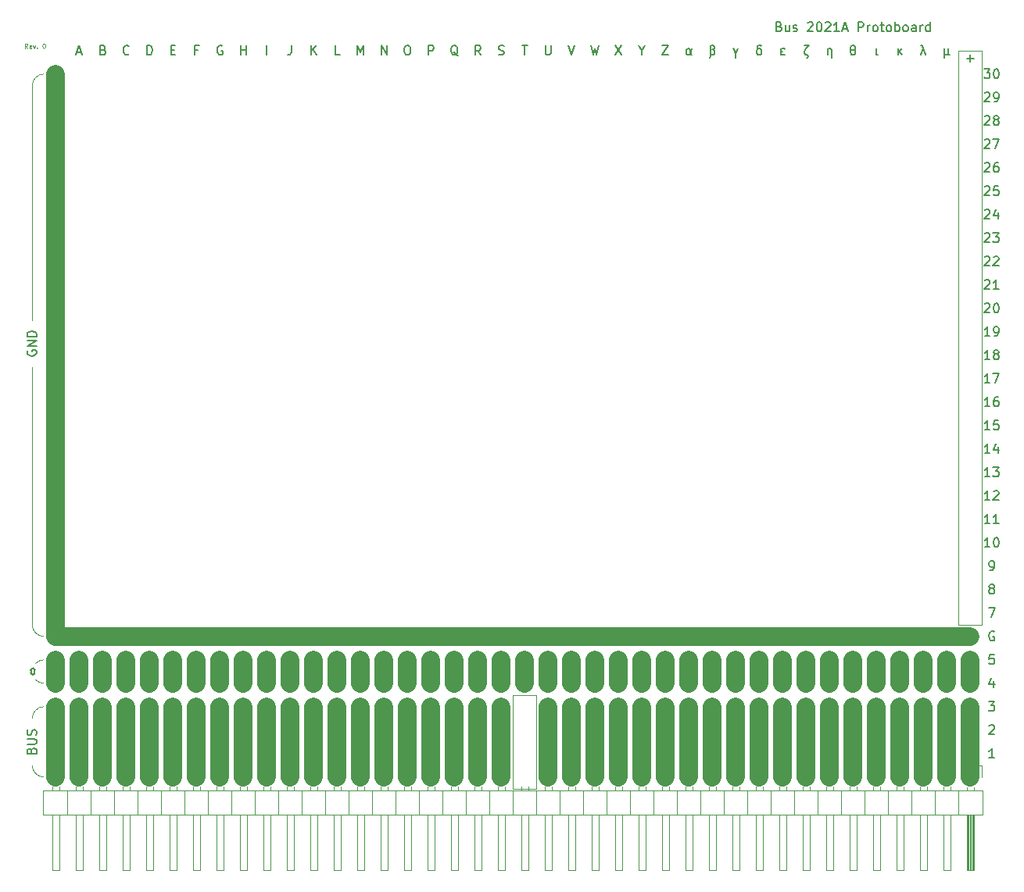
<source format=gbr>
%TF.GenerationSoftware,KiCad,Pcbnew,5.1.9+dfsg1-1*%
%TF.CreationDate,2021-08-13T18:22:45-07:00*%
%TF.ProjectId,Bus2021A_Protoboard,42757332-3032-4314-915f-50726f746f62,rev?*%
%TF.SameCoordinates,Original*%
%TF.FileFunction,Legend,Top*%
%TF.FilePolarity,Positive*%
%FSLAX46Y46*%
G04 Gerber Fmt 4.6, Leading zero omitted, Abs format (unit mm)*
G04 Created by KiCad (PCBNEW 5.1.9+dfsg1-1) date 2021-08-13 18:22:45*
%MOMM*%
%LPD*%
G01*
G04 APERTURE LIST*
%ADD10C,0.125000*%
%ADD11C,0.120000*%
%ADD12C,0.150000*%
%ADD13C,2.000000*%
G04 APERTURE END LIST*
D10*
X99832380Y-53066190D02*
X99665714Y-52828095D01*
X99546666Y-53066190D02*
X99546666Y-52566190D01*
X99737142Y-52566190D01*
X99784761Y-52590000D01*
X99808571Y-52613809D01*
X99832380Y-52661428D01*
X99832380Y-52732857D01*
X99808571Y-52780476D01*
X99784761Y-52804285D01*
X99737142Y-52828095D01*
X99546666Y-52828095D01*
X100237142Y-53042380D02*
X100189523Y-53066190D01*
X100094285Y-53066190D01*
X100046666Y-53042380D01*
X100022857Y-52994761D01*
X100022857Y-52804285D01*
X100046666Y-52756666D01*
X100094285Y-52732857D01*
X100189523Y-52732857D01*
X100237142Y-52756666D01*
X100260952Y-52804285D01*
X100260952Y-52851904D01*
X100022857Y-52899523D01*
X100427619Y-52732857D02*
X100546666Y-53066190D01*
X100665714Y-52732857D01*
X100856190Y-53018571D02*
X100880000Y-53042380D01*
X100856190Y-53066190D01*
X100832380Y-53042380D01*
X100856190Y-53018571D01*
X100856190Y-53066190D01*
X101570476Y-52566190D02*
X101618095Y-52566190D01*
X101665714Y-52590000D01*
X101689523Y-52613809D01*
X101713333Y-52661428D01*
X101737142Y-52756666D01*
X101737142Y-52875714D01*
X101713333Y-52970952D01*
X101689523Y-53018571D01*
X101665714Y-53042380D01*
X101618095Y-53066190D01*
X101570476Y-53066190D01*
X101522857Y-53042380D01*
X101499047Y-53018571D01*
X101475238Y-52970952D01*
X101451428Y-52875714D01*
X101451428Y-52756666D01*
X101475238Y-52661428D01*
X101499047Y-52613809D01*
X101522857Y-52590000D01*
X101570476Y-52566190D01*
D11*
X152400000Y-133350000D02*
X152400000Y-123190000D01*
X154940000Y-133350000D02*
X152400000Y-133350000D01*
X154940000Y-123190000D02*
X154940000Y-133350000D01*
X152400000Y-123190000D02*
X154940000Y-123190000D01*
X200660000Y-115570000D02*
X200660000Y-53340000D01*
X203200000Y-115570000D02*
X200660000Y-115570000D01*
X203200000Y-53340000D02*
X203200000Y-115570000D01*
X200660000Y-53340000D02*
X203200000Y-53340000D01*
D12*
X181230000Y-50728571D02*
X181372857Y-50776190D01*
X181420476Y-50823809D01*
X181468095Y-50919047D01*
X181468095Y-51061904D01*
X181420476Y-51157142D01*
X181372857Y-51204761D01*
X181277619Y-51252380D01*
X180896666Y-51252380D01*
X180896666Y-50252380D01*
X181230000Y-50252380D01*
X181325238Y-50300000D01*
X181372857Y-50347619D01*
X181420476Y-50442857D01*
X181420476Y-50538095D01*
X181372857Y-50633333D01*
X181325238Y-50680952D01*
X181230000Y-50728571D01*
X180896666Y-50728571D01*
X182325238Y-50585714D02*
X182325238Y-51252380D01*
X181896666Y-50585714D02*
X181896666Y-51109523D01*
X181944285Y-51204761D01*
X182039523Y-51252380D01*
X182182380Y-51252380D01*
X182277619Y-51204761D01*
X182325238Y-51157142D01*
X182753809Y-51204761D02*
X182849047Y-51252380D01*
X183039523Y-51252380D01*
X183134761Y-51204761D01*
X183182380Y-51109523D01*
X183182380Y-51061904D01*
X183134761Y-50966666D01*
X183039523Y-50919047D01*
X182896666Y-50919047D01*
X182801428Y-50871428D01*
X182753809Y-50776190D01*
X182753809Y-50728571D01*
X182801428Y-50633333D01*
X182896666Y-50585714D01*
X183039523Y-50585714D01*
X183134761Y-50633333D01*
X184325238Y-50347619D02*
X184372857Y-50300000D01*
X184468095Y-50252380D01*
X184706190Y-50252380D01*
X184801428Y-50300000D01*
X184849047Y-50347619D01*
X184896666Y-50442857D01*
X184896666Y-50538095D01*
X184849047Y-50680952D01*
X184277619Y-51252380D01*
X184896666Y-51252380D01*
X185515714Y-50252380D02*
X185610952Y-50252380D01*
X185706190Y-50300000D01*
X185753809Y-50347619D01*
X185801428Y-50442857D01*
X185849047Y-50633333D01*
X185849047Y-50871428D01*
X185801428Y-51061904D01*
X185753809Y-51157142D01*
X185706190Y-51204761D01*
X185610952Y-51252380D01*
X185515714Y-51252380D01*
X185420476Y-51204761D01*
X185372857Y-51157142D01*
X185325238Y-51061904D01*
X185277619Y-50871428D01*
X185277619Y-50633333D01*
X185325238Y-50442857D01*
X185372857Y-50347619D01*
X185420476Y-50300000D01*
X185515714Y-50252380D01*
X186230000Y-50347619D02*
X186277619Y-50300000D01*
X186372857Y-50252380D01*
X186610952Y-50252380D01*
X186706190Y-50300000D01*
X186753809Y-50347619D01*
X186801428Y-50442857D01*
X186801428Y-50538095D01*
X186753809Y-50680952D01*
X186182380Y-51252380D01*
X186801428Y-51252380D01*
X187753809Y-51252380D02*
X187182380Y-51252380D01*
X187468095Y-51252380D02*
X187468095Y-50252380D01*
X187372857Y-50395238D01*
X187277619Y-50490476D01*
X187182380Y-50538095D01*
X188134761Y-50966666D02*
X188610952Y-50966666D01*
X188039523Y-51252380D02*
X188372857Y-50252380D01*
X188706190Y-51252380D01*
X189801428Y-51252380D02*
X189801428Y-50252380D01*
X190182380Y-50252380D01*
X190277619Y-50300000D01*
X190325238Y-50347619D01*
X190372857Y-50442857D01*
X190372857Y-50585714D01*
X190325238Y-50680952D01*
X190277619Y-50728571D01*
X190182380Y-50776190D01*
X189801428Y-50776190D01*
X190801428Y-51252380D02*
X190801428Y-50585714D01*
X190801428Y-50776190D02*
X190849047Y-50680952D01*
X190896666Y-50633333D01*
X190991904Y-50585714D01*
X191087142Y-50585714D01*
X191563333Y-51252380D02*
X191468095Y-51204761D01*
X191420476Y-51157142D01*
X191372857Y-51061904D01*
X191372857Y-50776190D01*
X191420476Y-50680952D01*
X191468095Y-50633333D01*
X191563333Y-50585714D01*
X191706190Y-50585714D01*
X191801428Y-50633333D01*
X191849047Y-50680952D01*
X191896666Y-50776190D01*
X191896666Y-51061904D01*
X191849047Y-51157142D01*
X191801428Y-51204761D01*
X191706190Y-51252380D01*
X191563333Y-51252380D01*
X192182380Y-50585714D02*
X192563333Y-50585714D01*
X192325238Y-50252380D02*
X192325238Y-51109523D01*
X192372857Y-51204761D01*
X192468095Y-51252380D01*
X192563333Y-51252380D01*
X193039523Y-51252380D02*
X192944285Y-51204761D01*
X192896666Y-51157142D01*
X192849047Y-51061904D01*
X192849047Y-50776190D01*
X192896666Y-50680952D01*
X192944285Y-50633333D01*
X193039523Y-50585714D01*
X193182380Y-50585714D01*
X193277619Y-50633333D01*
X193325238Y-50680952D01*
X193372857Y-50776190D01*
X193372857Y-51061904D01*
X193325238Y-51157142D01*
X193277619Y-51204761D01*
X193182380Y-51252380D01*
X193039523Y-51252380D01*
X193801428Y-51252380D02*
X193801428Y-50252380D01*
X193801428Y-50633333D02*
X193896666Y-50585714D01*
X194087142Y-50585714D01*
X194182380Y-50633333D01*
X194230000Y-50680952D01*
X194277619Y-50776190D01*
X194277619Y-51061904D01*
X194230000Y-51157142D01*
X194182380Y-51204761D01*
X194087142Y-51252380D01*
X193896666Y-51252380D01*
X193801428Y-51204761D01*
X194849047Y-51252380D02*
X194753809Y-51204761D01*
X194706190Y-51157142D01*
X194658571Y-51061904D01*
X194658571Y-50776190D01*
X194706190Y-50680952D01*
X194753809Y-50633333D01*
X194849047Y-50585714D01*
X194991904Y-50585714D01*
X195087142Y-50633333D01*
X195134761Y-50680952D01*
X195182380Y-50776190D01*
X195182380Y-51061904D01*
X195134761Y-51157142D01*
X195087142Y-51204761D01*
X194991904Y-51252380D01*
X194849047Y-51252380D01*
X196039523Y-51252380D02*
X196039523Y-50728571D01*
X195991904Y-50633333D01*
X195896666Y-50585714D01*
X195706190Y-50585714D01*
X195610952Y-50633333D01*
X196039523Y-51204761D02*
X195944285Y-51252380D01*
X195706190Y-51252380D01*
X195610952Y-51204761D01*
X195563333Y-51109523D01*
X195563333Y-51014285D01*
X195610952Y-50919047D01*
X195706190Y-50871428D01*
X195944285Y-50871428D01*
X196039523Y-50823809D01*
X196515714Y-51252380D02*
X196515714Y-50585714D01*
X196515714Y-50776190D02*
X196563333Y-50680952D01*
X196610952Y-50633333D01*
X196706190Y-50585714D01*
X196801428Y-50585714D01*
X197563333Y-51252380D02*
X197563333Y-50252380D01*
X197563333Y-51204761D02*
X197468095Y-51252380D01*
X197277619Y-51252380D01*
X197182380Y-51204761D01*
X197134761Y-51157142D01*
X197087142Y-51061904D01*
X197087142Y-50776190D01*
X197134761Y-50680952D01*
X197182380Y-50633333D01*
X197277619Y-50585714D01*
X197468095Y-50585714D01*
X197563333Y-50633333D01*
X201549047Y-54161428D02*
X202310952Y-54161428D01*
X201930000Y-54542380D02*
X201930000Y-53780476D01*
X196850000Y-53125714D02*
X196611904Y-53792380D01*
X196611904Y-52792380D02*
X196707142Y-52792380D01*
X196754761Y-52840000D01*
X196850000Y-53125714D01*
X197088095Y-53792380D01*
X194143333Y-53125714D02*
X194143333Y-53792380D01*
X194238571Y-53411428D02*
X194524285Y-53792380D01*
X194524285Y-53125714D02*
X194143333Y-53506666D01*
X186475714Y-53125714D02*
X186475714Y-53792380D01*
X186475714Y-53220952D02*
X186523333Y-53173333D01*
X186618571Y-53125714D01*
X186761428Y-53125714D01*
X186856666Y-53173333D01*
X186904285Y-53268571D01*
X186904285Y-54125714D01*
X191746190Y-53125714D02*
X191746190Y-53649523D01*
X191793809Y-53744761D01*
X191889047Y-53792380D01*
X188968095Y-53268571D02*
X189491904Y-53268571D01*
X189158571Y-52792380D02*
X189301428Y-52792380D01*
X189396666Y-52840000D01*
X189444285Y-52887619D01*
X189491904Y-53030476D01*
X189491904Y-53554285D01*
X189444285Y-53697142D01*
X189396666Y-53744761D01*
X189301428Y-53792380D01*
X189158571Y-53792380D01*
X189063333Y-53744761D01*
X189015714Y-53697142D01*
X188968095Y-53554285D01*
X188968095Y-53030476D01*
X189015714Y-52887619D01*
X189063333Y-52840000D01*
X189158571Y-52792380D01*
X199104285Y-53125714D02*
X199104285Y-54125714D01*
X199580476Y-53649523D02*
X199628095Y-53744761D01*
X199723333Y-53792380D01*
X199104285Y-53649523D02*
X199151904Y-53744761D01*
X199247142Y-53792380D01*
X199437619Y-53792380D01*
X199532857Y-53744761D01*
X199580476Y-53649523D01*
X199580476Y-53125714D01*
X174061428Y-53220952D02*
X174156666Y-53268571D01*
X174204285Y-53316190D01*
X174251904Y-53411428D01*
X174251904Y-53601904D01*
X174204285Y-53697142D01*
X174156666Y-53744761D01*
X174061428Y-53792380D01*
X173918571Y-53792380D01*
X173823333Y-53744761D01*
X173775714Y-53697142D01*
X173680476Y-54125714D02*
X173728095Y-54078095D01*
X173775714Y-53982857D01*
X173775714Y-52935238D01*
X173823333Y-52840000D01*
X173918571Y-52792380D01*
X174061428Y-52792380D01*
X174156666Y-52840000D01*
X174204285Y-52935238D01*
X174204285Y-53078095D01*
X174156666Y-53173333D01*
X174061428Y-53220952D01*
X173966190Y-53220952D01*
X176530000Y-53697142D02*
X176530000Y-54125714D01*
X176244285Y-53125714D02*
X176291904Y-53125714D01*
X176339523Y-53173333D01*
X176530000Y-53697142D01*
X176768095Y-53125714D01*
X168576666Y-52792380D02*
X169243333Y-52792380D01*
X168576666Y-53792380D01*
X169243333Y-53792380D01*
X166370000Y-53316190D02*
X166370000Y-53792380D01*
X166036666Y-52792380D02*
X166370000Y-53316190D01*
X166703333Y-52792380D01*
X155924285Y-52792380D02*
X155924285Y-53601904D01*
X155971904Y-53697142D01*
X156019523Y-53744761D01*
X156114761Y-53792380D01*
X156305238Y-53792380D01*
X156400476Y-53744761D01*
X156448095Y-53697142D01*
X156495714Y-53601904D01*
X156495714Y-52792380D01*
X183959523Y-52792380D02*
X184435714Y-52792380D01*
X184102380Y-53125714D01*
X184007142Y-53268571D01*
X183959523Y-53411428D01*
X183959523Y-53601904D01*
X184007142Y-53697142D01*
X184054761Y-53744761D01*
X184150000Y-53792380D01*
X184245238Y-53792380D01*
X184340476Y-53840000D01*
X184388095Y-53935238D01*
X184388095Y-53982857D01*
X184340476Y-54078095D01*
X184245238Y-54125714D01*
X184197619Y-54125714D01*
X181538571Y-53459047D02*
X181443333Y-53506666D01*
X181395714Y-53601904D01*
X181395714Y-53649523D01*
X181443333Y-53744761D01*
X181538571Y-53792380D01*
X181729047Y-53792380D01*
X181824285Y-53744761D01*
X181633809Y-53459047D02*
X181538571Y-53459047D01*
X181443333Y-53411428D01*
X181395714Y-53316190D01*
X181395714Y-53268571D01*
X181443333Y-53173333D01*
X181538571Y-53125714D01*
X181729047Y-53125714D01*
X181824285Y-53173333D01*
X160861428Y-52792380D02*
X161099523Y-53792380D01*
X161290000Y-53078095D01*
X161480476Y-53792380D01*
X161718571Y-52792380D01*
X163496666Y-52792380D02*
X164163333Y-53792380D01*
X164163333Y-52792380D02*
X163496666Y-53792380D01*
X153384285Y-52792380D02*
X153955714Y-52792380D01*
X153670000Y-53792380D02*
X153670000Y-52792380D01*
X179141428Y-53125714D02*
X178998571Y-53125714D01*
X178903333Y-53173333D01*
X178855714Y-53220952D01*
X178808095Y-53316190D01*
X178808095Y-53601904D01*
X178855714Y-53697142D01*
X178903333Y-53744761D01*
X178998571Y-53792380D01*
X179141428Y-53792380D01*
X179236666Y-53744761D01*
X179284285Y-53697142D01*
X179331904Y-53601904D01*
X179331904Y-53316190D01*
X179284285Y-53220952D01*
X179236666Y-53173333D01*
X179141428Y-53125714D01*
X178998571Y-53078095D01*
X178903333Y-53030476D01*
X178855714Y-52935238D01*
X178903333Y-52840000D01*
X178998571Y-52792380D01*
X179189047Y-52792380D01*
X179284285Y-52840000D01*
X171759523Y-53125714D02*
X171616666Y-53601904D01*
X171569047Y-53697142D01*
X171521428Y-53744761D01*
X171426190Y-53792380D01*
X171330952Y-53792380D01*
X171235714Y-53744761D01*
X171188095Y-53697142D01*
X171140476Y-53554285D01*
X171140476Y-53363809D01*
X171188095Y-53220952D01*
X171235714Y-53173333D01*
X171330952Y-53125714D01*
X171426190Y-53125714D01*
X171521428Y-53173333D01*
X171569047Y-53220952D01*
X171616666Y-53316190D01*
X171664285Y-53649523D01*
X171711904Y-53744761D01*
X171807142Y-53792380D01*
X146430952Y-53887619D02*
X146335714Y-53840000D01*
X146240476Y-53744761D01*
X146097619Y-53601904D01*
X146002380Y-53554285D01*
X145907142Y-53554285D01*
X145954761Y-53792380D02*
X145859523Y-53744761D01*
X145764285Y-53649523D01*
X145716666Y-53459047D01*
X145716666Y-53125714D01*
X145764285Y-52935238D01*
X145859523Y-52840000D01*
X145954761Y-52792380D01*
X146145238Y-52792380D01*
X146240476Y-52840000D01*
X146335714Y-52935238D01*
X146383333Y-53125714D01*
X146383333Y-53459047D01*
X146335714Y-53649523D01*
X146240476Y-53744761D01*
X146145238Y-53792380D01*
X145954761Y-53792380D01*
X158416666Y-52792380D02*
X158750000Y-53792380D01*
X159083333Y-52792380D01*
X150844285Y-53744761D02*
X150987142Y-53792380D01*
X151225238Y-53792380D01*
X151320476Y-53744761D01*
X151368095Y-53697142D01*
X151415714Y-53601904D01*
X151415714Y-53506666D01*
X151368095Y-53411428D01*
X151320476Y-53363809D01*
X151225238Y-53316190D01*
X151034761Y-53268571D01*
X150939523Y-53220952D01*
X150891904Y-53173333D01*
X150844285Y-53078095D01*
X150844285Y-52982857D01*
X150891904Y-52887619D01*
X150939523Y-52840000D01*
X151034761Y-52792380D01*
X151272857Y-52792380D01*
X151415714Y-52840000D01*
X148899523Y-53792380D02*
X148566190Y-53316190D01*
X148328095Y-53792380D02*
X148328095Y-52792380D01*
X148709047Y-52792380D01*
X148804285Y-52840000D01*
X148851904Y-52887619D01*
X148899523Y-52982857D01*
X148899523Y-53125714D01*
X148851904Y-53220952D01*
X148804285Y-53268571D01*
X148709047Y-53316190D01*
X148328095Y-53316190D01*
X135556666Y-53792380D02*
X135556666Y-52792380D01*
X135890000Y-53506666D01*
X136223333Y-52792380D01*
X136223333Y-53792380D01*
X140874761Y-52792380D02*
X141065238Y-52792380D01*
X141160476Y-52840000D01*
X141255714Y-52935238D01*
X141303333Y-53125714D01*
X141303333Y-53459047D01*
X141255714Y-53649523D01*
X141160476Y-53744761D01*
X141065238Y-53792380D01*
X140874761Y-53792380D01*
X140779523Y-53744761D01*
X140684285Y-53649523D01*
X140636666Y-53459047D01*
X140636666Y-53125714D01*
X140684285Y-52935238D01*
X140779523Y-52840000D01*
X140874761Y-52792380D01*
X143248095Y-53792380D02*
X143248095Y-52792380D01*
X143629047Y-52792380D01*
X143724285Y-52840000D01*
X143771904Y-52887619D01*
X143819523Y-52982857D01*
X143819523Y-53125714D01*
X143771904Y-53220952D01*
X143724285Y-53268571D01*
X143629047Y-53316190D01*
X143248095Y-53316190D01*
X133659523Y-53792380D02*
X133183333Y-53792380D01*
X133183333Y-52792380D01*
X125730000Y-53792380D02*
X125730000Y-52792380D01*
X138144285Y-53792380D02*
X138144285Y-52792380D01*
X138715714Y-53792380D01*
X138715714Y-52792380D01*
X130548095Y-53792380D02*
X130548095Y-52792380D01*
X131119523Y-53792380D02*
X130690952Y-53220952D01*
X131119523Y-52792380D02*
X130548095Y-53363809D01*
X128412857Y-52792380D02*
X128412857Y-53506666D01*
X128365238Y-53649523D01*
X128270000Y-53744761D01*
X128127142Y-53792380D01*
X128031904Y-53792380D01*
X122904285Y-53792380D02*
X122904285Y-52792380D01*
X122904285Y-53268571D02*
X123475714Y-53268571D01*
X123475714Y-53792380D02*
X123475714Y-52792380D01*
X115355714Y-53268571D02*
X115689047Y-53268571D01*
X115831904Y-53792380D02*
X115355714Y-53792380D01*
X115355714Y-52792380D01*
X115831904Y-52792380D01*
X120911904Y-52840000D02*
X120816666Y-52792380D01*
X120673809Y-52792380D01*
X120530952Y-52840000D01*
X120435714Y-52935238D01*
X120388095Y-53030476D01*
X120340476Y-53220952D01*
X120340476Y-53363809D01*
X120388095Y-53554285D01*
X120435714Y-53649523D01*
X120530952Y-53744761D01*
X120673809Y-53792380D01*
X120769047Y-53792380D01*
X120911904Y-53744761D01*
X120959523Y-53697142D01*
X120959523Y-53363809D01*
X120769047Y-53363809D01*
X118252857Y-53268571D02*
X117919523Y-53268571D01*
X117919523Y-53792380D02*
X117919523Y-52792380D01*
X118395714Y-52792380D01*
X110799523Y-53697142D02*
X110751904Y-53744761D01*
X110609047Y-53792380D01*
X110513809Y-53792380D01*
X110370952Y-53744761D01*
X110275714Y-53649523D01*
X110228095Y-53554285D01*
X110180476Y-53363809D01*
X110180476Y-53220952D01*
X110228095Y-53030476D01*
X110275714Y-52935238D01*
X110370952Y-52840000D01*
X110513809Y-52792380D01*
X110609047Y-52792380D01*
X110751904Y-52840000D01*
X110799523Y-52887619D01*
X112768095Y-53792380D02*
X112768095Y-52792380D01*
X113006190Y-52792380D01*
X113149047Y-52840000D01*
X113244285Y-52935238D01*
X113291904Y-53030476D01*
X113339523Y-53220952D01*
X113339523Y-53363809D01*
X113291904Y-53554285D01*
X113244285Y-53649523D01*
X113149047Y-53744761D01*
X113006190Y-53792380D01*
X112768095Y-53792380D01*
X108021428Y-53268571D02*
X108164285Y-53316190D01*
X108211904Y-53363809D01*
X108259523Y-53459047D01*
X108259523Y-53601904D01*
X108211904Y-53697142D01*
X108164285Y-53744761D01*
X108069047Y-53792380D01*
X107688095Y-53792380D01*
X107688095Y-52792380D01*
X108021428Y-52792380D01*
X108116666Y-52840000D01*
X108164285Y-52887619D01*
X108211904Y-52982857D01*
X108211904Y-53078095D01*
X108164285Y-53173333D01*
X108116666Y-53220952D01*
X108021428Y-53268571D01*
X107688095Y-53268571D01*
X105171904Y-53506666D02*
X105648095Y-53506666D01*
X105076666Y-53792380D02*
X105410000Y-52792380D01*
X105743333Y-53792380D01*
X100544285Y-120888095D02*
X100544285Y-120411904D01*
X100258571Y-120888095D02*
X100258571Y-120411904D01*
X100639523Y-120792857D02*
X100401428Y-121030952D01*
X100163333Y-120792857D01*
X100163333Y-120507142D02*
X100401428Y-120269047D01*
X100639523Y-120507142D01*
D11*
X100701974Y-121548026D02*
G75*
G03*
X101600000Y-121920000I898026J898026D01*
G01*
X100701974Y-119751974D02*
G75*
G02*
X101600000Y-119380000I898026J-898026D01*
G01*
X101600000Y-132080000D02*
G75*
G02*
X100330000Y-130810000I0J1270000D01*
G01*
X100330000Y-125730000D02*
G75*
G02*
X101600000Y-124460000I1270000J0D01*
G01*
X101600000Y-116840000D02*
G75*
G02*
X100330000Y-115570000I0J1270000D01*
G01*
X100330000Y-57150000D02*
G75*
G02*
X101600000Y-55880000I1270000J0D01*
G01*
X100330000Y-57150000D02*
X100330000Y-82550000D01*
X100330000Y-87630000D02*
X100330000Y-115570000D01*
D12*
X99830000Y-85851904D02*
X99782380Y-85947142D01*
X99782380Y-86090000D01*
X99830000Y-86232857D01*
X99925238Y-86328095D01*
X100020476Y-86375714D01*
X100210952Y-86423333D01*
X100353809Y-86423333D01*
X100544285Y-86375714D01*
X100639523Y-86328095D01*
X100734761Y-86232857D01*
X100782380Y-86090000D01*
X100782380Y-85994761D01*
X100734761Y-85851904D01*
X100687142Y-85804285D01*
X100353809Y-85804285D01*
X100353809Y-85994761D01*
X100782380Y-85375714D02*
X99782380Y-85375714D01*
X100782380Y-84804285D01*
X99782380Y-84804285D01*
X100782380Y-84328095D02*
X99782380Y-84328095D01*
X99782380Y-84090000D01*
X99830000Y-83947142D01*
X99925238Y-83851904D01*
X100020476Y-83804285D01*
X100210952Y-83756666D01*
X100353809Y-83756666D01*
X100544285Y-83804285D01*
X100639523Y-83851904D01*
X100734761Y-83947142D01*
X100782380Y-84090000D01*
X100782380Y-84328095D01*
X100258571Y-129198571D02*
X100306190Y-129055714D01*
X100353809Y-129008095D01*
X100449047Y-128960476D01*
X100591904Y-128960476D01*
X100687142Y-129008095D01*
X100734761Y-129055714D01*
X100782380Y-129150952D01*
X100782380Y-129531904D01*
X99782380Y-129531904D01*
X99782380Y-129198571D01*
X99830000Y-129103333D01*
X99877619Y-129055714D01*
X99972857Y-129008095D01*
X100068095Y-129008095D01*
X100163333Y-129055714D01*
X100210952Y-129103333D01*
X100258571Y-129198571D01*
X100258571Y-129531904D01*
X99782380Y-128531904D02*
X100591904Y-128531904D01*
X100687142Y-128484285D01*
X100734761Y-128436666D01*
X100782380Y-128341428D01*
X100782380Y-128150952D01*
X100734761Y-128055714D01*
X100687142Y-128008095D01*
X100591904Y-127960476D01*
X99782380Y-127960476D01*
X100734761Y-127531904D02*
X100782380Y-127389047D01*
X100782380Y-127150952D01*
X100734761Y-127055714D01*
X100687142Y-127008095D01*
X100591904Y-126960476D01*
X100496666Y-126960476D01*
X100401428Y-127008095D01*
X100353809Y-127055714D01*
X100306190Y-127150952D01*
X100258571Y-127341428D01*
X100210952Y-127436666D01*
X100163333Y-127484285D01*
X100068095Y-127531904D01*
X99972857Y-127531904D01*
X99877619Y-127484285D01*
X99830000Y-127436666D01*
X99782380Y-127341428D01*
X99782380Y-127103333D01*
X99830000Y-126960476D01*
D13*
X102870000Y-116840000D02*
X102870000Y-55880000D01*
X102870000Y-116840000D02*
X201930000Y-116840000D01*
X113030000Y-119380000D02*
X113030000Y-121920000D01*
X105410000Y-119380000D02*
X105410000Y-121920000D01*
X115570000Y-119380000D02*
X115570000Y-121920000D01*
X118110000Y-119380000D02*
X118110000Y-121920000D01*
X102870000Y-119380000D02*
X102870000Y-121920000D01*
X107950000Y-119380000D02*
X107950000Y-121920000D01*
X120650000Y-119380000D02*
X120650000Y-121920000D01*
X110490000Y-119380000D02*
X110490000Y-121920000D01*
X138430000Y-119380000D02*
X138430000Y-121920000D01*
X148590000Y-119380000D02*
X148590000Y-121920000D01*
X123190000Y-119380000D02*
X123190000Y-121920000D01*
X143510000Y-119380000D02*
X143510000Y-121920000D01*
X151130000Y-119380000D02*
X151130000Y-121920000D01*
X153670000Y-119380000D02*
X153670000Y-121920000D01*
X158750000Y-119380000D02*
X158750000Y-121920000D01*
X130810000Y-119380000D02*
X130810000Y-121920000D01*
X156210000Y-119380000D02*
X156210000Y-121920000D01*
X133350000Y-119380000D02*
X133350000Y-121920000D01*
X125730000Y-119380000D02*
X125730000Y-121920000D01*
X146050000Y-119380000D02*
X146050000Y-121920000D01*
X161290000Y-119380000D02*
X161290000Y-121920000D01*
X128270000Y-119380000D02*
X128270000Y-121920000D01*
X135890000Y-119380000D02*
X135890000Y-121920000D01*
X140970000Y-119380000D02*
X140970000Y-121920000D01*
X168910000Y-119380000D02*
X168910000Y-121920000D01*
X163830000Y-119380000D02*
X163830000Y-121920000D01*
X171450000Y-119380000D02*
X171450000Y-121920000D01*
X173990000Y-119380000D02*
X173990000Y-121920000D01*
X179070000Y-119380000D02*
X179070000Y-121920000D01*
X176530000Y-119380000D02*
X176530000Y-121920000D01*
X166370000Y-119380000D02*
X166370000Y-121920000D01*
X181610000Y-119380000D02*
X181610000Y-121920000D01*
X184150000Y-119380000D02*
X184150000Y-121920000D01*
X189230000Y-119380000D02*
X189230000Y-121920000D01*
X186690000Y-119380000D02*
X186690000Y-121920000D01*
X191770000Y-119380000D02*
X191770000Y-121920000D01*
X194310000Y-119380000D02*
X194310000Y-121920000D01*
X196850000Y-119380000D02*
X196850000Y-121920000D01*
X199390000Y-119380000D02*
X199390000Y-121920000D01*
X201930000Y-119380000D02*
X201930000Y-121920000D01*
X120650000Y-124460000D02*
X120650000Y-132080000D01*
X105410000Y-124460000D02*
X105410000Y-132080000D01*
X118110000Y-124460000D02*
X118110000Y-132080000D01*
X115570000Y-124460000D02*
X115570000Y-132080000D01*
X107950000Y-124460000D02*
X107950000Y-132080000D01*
X113030000Y-124460000D02*
X113030000Y-132080000D01*
X110490000Y-124460000D02*
X110490000Y-132080000D01*
X102870000Y-124460000D02*
X102870000Y-132080000D01*
X146050000Y-124460000D02*
X146050000Y-132080000D01*
X143510000Y-124460000D02*
X143510000Y-132080000D01*
X123190000Y-124460000D02*
X123190000Y-132080000D01*
X133350000Y-124460000D02*
X133350000Y-132080000D01*
X135890000Y-124460000D02*
X135890000Y-132080000D01*
X138430000Y-124460000D02*
X138430000Y-132080000D01*
X140970000Y-124460000D02*
X140970000Y-132080000D01*
X156210000Y-124460000D02*
X156210000Y-132080000D01*
X130810000Y-124460000D02*
X130810000Y-132080000D01*
X151130000Y-124460000D02*
X151130000Y-132080000D01*
X128270000Y-124460000D02*
X128270000Y-132080000D01*
X125730000Y-124460000D02*
X125730000Y-132080000D01*
X148590000Y-124460000D02*
X148590000Y-132080000D01*
X161290000Y-124460000D02*
X161290000Y-132080000D01*
X158750000Y-124460000D02*
X158750000Y-132080000D01*
X166370000Y-124460000D02*
X166370000Y-132080000D01*
X173990000Y-124460000D02*
X173990000Y-132080000D01*
X163830000Y-124460000D02*
X163830000Y-132080000D01*
X179070000Y-124460000D02*
X179070000Y-132080000D01*
X168910000Y-124460000D02*
X168910000Y-132080000D01*
X176530000Y-124460000D02*
X176530000Y-132080000D01*
X171450000Y-124460000D02*
X171450000Y-132080000D01*
X181610000Y-124460000D02*
X181610000Y-132080000D01*
X184150000Y-124460000D02*
X184150000Y-132080000D01*
X189230000Y-124460000D02*
X189230000Y-132080000D01*
X186690000Y-124460000D02*
X186690000Y-132080000D01*
X191770000Y-124460000D02*
X191770000Y-132080000D01*
X194310000Y-124460000D02*
X194310000Y-132080000D01*
X196850000Y-124460000D02*
X196850000Y-132080000D01*
X199390000Y-124460000D02*
X199390000Y-132080000D01*
X201930000Y-124460000D02*
X201930000Y-132080000D01*
D11*
%TO.C,BUS*%
X203200000Y-130810000D02*
X203200000Y-132080000D01*
X201930000Y-130810000D02*
X203200000Y-130810000D01*
X102490000Y-133122929D02*
X102490000Y-133520000D01*
X103250000Y-133122929D02*
X103250000Y-133520000D01*
X102490000Y-142180000D02*
X102490000Y-136180000D01*
X103250000Y-142180000D02*
X102490000Y-142180000D01*
X103250000Y-136180000D02*
X103250000Y-142180000D01*
X104140000Y-133520000D02*
X104140000Y-136180000D01*
X105030000Y-133122929D02*
X105030000Y-133520000D01*
X105790000Y-133122929D02*
X105790000Y-133520000D01*
X105030000Y-142180000D02*
X105030000Y-136180000D01*
X105790000Y-142180000D02*
X105030000Y-142180000D01*
X105790000Y-136180000D02*
X105790000Y-142180000D01*
X106680000Y-133520000D02*
X106680000Y-136180000D01*
X107570000Y-133122929D02*
X107570000Y-133520000D01*
X108330000Y-133122929D02*
X108330000Y-133520000D01*
X107570000Y-142180000D02*
X107570000Y-136180000D01*
X108330000Y-142180000D02*
X107570000Y-142180000D01*
X108330000Y-136180000D02*
X108330000Y-142180000D01*
X109220000Y-133520000D02*
X109220000Y-136180000D01*
X110110000Y-133122929D02*
X110110000Y-133520000D01*
X110870000Y-133122929D02*
X110870000Y-133520000D01*
X110110000Y-142180000D02*
X110110000Y-136180000D01*
X110870000Y-142180000D02*
X110110000Y-142180000D01*
X110870000Y-136180000D02*
X110870000Y-142180000D01*
X111760000Y-133520000D02*
X111760000Y-136180000D01*
X112650000Y-133122929D02*
X112650000Y-133520000D01*
X113410000Y-133122929D02*
X113410000Y-133520000D01*
X112650000Y-142180000D02*
X112650000Y-136180000D01*
X113410000Y-142180000D02*
X112650000Y-142180000D01*
X113410000Y-136180000D02*
X113410000Y-142180000D01*
X114300000Y-133520000D02*
X114300000Y-136180000D01*
X115190000Y-133122929D02*
X115190000Y-133520000D01*
X115950000Y-133122929D02*
X115950000Y-133520000D01*
X115190000Y-142180000D02*
X115190000Y-136180000D01*
X115950000Y-142180000D02*
X115190000Y-142180000D01*
X115950000Y-136180000D02*
X115950000Y-142180000D01*
X116840000Y-133520000D02*
X116840000Y-136180000D01*
X117730000Y-133122929D02*
X117730000Y-133520000D01*
X118490000Y-133122929D02*
X118490000Y-133520000D01*
X117730000Y-142180000D02*
X117730000Y-136180000D01*
X118490000Y-142180000D02*
X117730000Y-142180000D01*
X118490000Y-136180000D02*
X118490000Y-142180000D01*
X119380000Y-133520000D02*
X119380000Y-136180000D01*
X120270000Y-133122929D02*
X120270000Y-133520000D01*
X121030000Y-133122929D02*
X121030000Y-133520000D01*
X120270000Y-142180000D02*
X120270000Y-136180000D01*
X121030000Y-142180000D02*
X120270000Y-142180000D01*
X121030000Y-136180000D02*
X121030000Y-142180000D01*
X121920000Y-133520000D02*
X121920000Y-136180000D01*
X122810000Y-133122929D02*
X122810000Y-133520000D01*
X123570000Y-133122929D02*
X123570000Y-133520000D01*
X122810000Y-142180000D02*
X122810000Y-136180000D01*
X123570000Y-142180000D02*
X122810000Y-142180000D01*
X123570000Y-136180000D02*
X123570000Y-142180000D01*
X124460000Y-133520000D02*
X124460000Y-136180000D01*
X125350000Y-133122929D02*
X125350000Y-133520000D01*
X126110000Y-133122929D02*
X126110000Y-133520000D01*
X125350000Y-142180000D02*
X125350000Y-136180000D01*
X126110000Y-142180000D02*
X125350000Y-142180000D01*
X126110000Y-136180000D02*
X126110000Y-142180000D01*
X127000000Y-133520000D02*
X127000000Y-136180000D01*
X127890000Y-133122929D02*
X127890000Y-133520000D01*
X128650000Y-133122929D02*
X128650000Y-133520000D01*
X127890000Y-142180000D02*
X127890000Y-136180000D01*
X128650000Y-142180000D02*
X127890000Y-142180000D01*
X128650000Y-136180000D02*
X128650000Y-142180000D01*
X129540000Y-133520000D02*
X129540000Y-136180000D01*
X130430000Y-133122929D02*
X130430000Y-133520000D01*
X131190000Y-133122929D02*
X131190000Y-133520000D01*
X130430000Y-142180000D02*
X130430000Y-136180000D01*
X131190000Y-142180000D02*
X130430000Y-142180000D01*
X131190000Y-136180000D02*
X131190000Y-142180000D01*
X132080000Y-133520000D02*
X132080000Y-136180000D01*
X132970000Y-133122929D02*
X132970000Y-133520000D01*
X133730000Y-133122929D02*
X133730000Y-133520000D01*
X132970000Y-142180000D02*
X132970000Y-136180000D01*
X133730000Y-142180000D02*
X132970000Y-142180000D01*
X133730000Y-136180000D02*
X133730000Y-142180000D01*
X134620000Y-133520000D02*
X134620000Y-136180000D01*
X135510000Y-133122929D02*
X135510000Y-133520000D01*
X136270000Y-133122929D02*
X136270000Y-133520000D01*
X135510000Y-142180000D02*
X135510000Y-136180000D01*
X136270000Y-142180000D02*
X135510000Y-142180000D01*
X136270000Y-136180000D02*
X136270000Y-142180000D01*
X137160000Y-133520000D02*
X137160000Y-136180000D01*
X138050000Y-133122929D02*
X138050000Y-133520000D01*
X138810000Y-133122929D02*
X138810000Y-133520000D01*
X138050000Y-142180000D02*
X138050000Y-136180000D01*
X138810000Y-142180000D02*
X138050000Y-142180000D01*
X138810000Y-136180000D02*
X138810000Y-142180000D01*
X139700000Y-133520000D02*
X139700000Y-136180000D01*
X140590000Y-133122929D02*
X140590000Y-133520000D01*
X141350000Y-133122929D02*
X141350000Y-133520000D01*
X140590000Y-142180000D02*
X140590000Y-136180000D01*
X141350000Y-142180000D02*
X140590000Y-142180000D01*
X141350000Y-136180000D02*
X141350000Y-142180000D01*
X142240000Y-133520000D02*
X142240000Y-136180000D01*
X143130000Y-133122929D02*
X143130000Y-133520000D01*
X143890000Y-133122929D02*
X143890000Y-133520000D01*
X143130000Y-142180000D02*
X143130000Y-136180000D01*
X143890000Y-142180000D02*
X143130000Y-142180000D01*
X143890000Y-136180000D02*
X143890000Y-142180000D01*
X144780000Y-133520000D02*
X144780000Y-136180000D01*
X145670000Y-133122929D02*
X145670000Y-133520000D01*
X146430000Y-133122929D02*
X146430000Y-133520000D01*
X145670000Y-142180000D02*
X145670000Y-136180000D01*
X146430000Y-142180000D02*
X145670000Y-142180000D01*
X146430000Y-136180000D02*
X146430000Y-142180000D01*
X147320000Y-133520000D02*
X147320000Y-136180000D01*
X148210000Y-133122929D02*
X148210000Y-133520000D01*
X148970000Y-133122929D02*
X148970000Y-133520000D01*
X148210000Y-142180000D02*
X148210000Y-136180000D01*
X148970000Y-142180000D02*
X148210000Y-142180000D01*
X148970000Y-136180000D02*
X148970000Y-142180000D01*
X149860000Y-133520000D02*
X149860000Y-136180000D01*
X150750000Y-133122929D02*
X150750000Y-133520000D01*
X151510000Y-133122929D02*
X151510000Y-133520000D01*
X150750000Y-142180000D02*
X150750000Y-136180000D01*
X151510000Y-142180000D02*
X150750000Y-142180000D01*
X151510000Y-136180000D02*
X151510000Y-142180000D01*
X152400000Y-133520000D02*
X152400000Y-136180000D01*
X153290000Y-133122929D02*
X153290000Y-133520000D01*
X154050000Y-133122929D02*
X154050000Y-133520000D01*
X153290000Y-142180000D02*
X153290000Y-136180000D01*
X154050000Y-142180000D02*
X153290000Y-142180000D01*
X154050000Y-136180000D02*
X154050000Y-142180000D01*
X154940000Y-133520000D02*
X154940000Y-136180000D01*
X155830000Y-133122929D02*
X155830000Y-133520000D01*
X156590000Y-133122929D02*
X156590000Y-133520000D01*
X155830000Y-142180000D02*
X155830000Y-136180000D01*
X156590000Y-142180000D02*
X155830000Y-142180000D01*
X156590000Y-136180000D02*
X156590000Y-142180000D01*
X157480000Y-133520000D02*
X157480000Y-136180000D01*
X158370000Y-133122929D02*
X158370000Y-133520000D01*
X159130000Y-133122929D02*
X159130000Y-133520000D01*
X158370000Y-142180000D02*
X158370000Y-136180000D01*
X159130000Y-142180000D02*
X158370000Y-142180000D01*
X159130000Y-136180000D02*
X159130000Y-142180000D01*
X160020000Y-133520000D02*
X160020000Y-136180000D01*
X160910000Y-133122929D02*
X160910000Y-133520000D01*
X161670000Y-133122929D02*
X161670000Y-133520000D01*
X160910000Y-142180000D02*
X160910000Y-136180000D01*
X161670000Y-142180000D02*
X160910000Y-142180000D01*
X161670000Y-136180000D02*
X161670000Y-142180000D01*
X162560000Y-133520000D02*
X162560000Y-136180000D01*
X163450000Y-133122929D02*
X163450000Y-133520000D01*
X164210000Y-133122929D02*
X164210000Y-133520000D01*
X163450000Y-142180000D02*
X163450000Y-136180000D01*
X164210000Y-142180000D02*
X163450000Y-142180000D01*
X164210000Y-136180000D02*
X164210000Y-142180000D01*
X165100000Y-133520000D02*
X165100000Y-136180000D01*
X165990000Y-133122929D02*
X165990000Y-133520000D01*
X166750000Y-133122929D02*
X166750000Y-133520000D01*
X165990000Y-142180000D02*
X165990000Y-136180000D01*
X166750000Y-142180000D02*
X165990000Y-142180000D01*
X166750000Y-136180000D02*
X166750000Y-142180000D01*
X167640000Y-133520000D02*
X167640000Y-136180000D01*
X168530000Y-133122929D02*
X168530000Y-133520000D01*
X169290000Y-133122929D02*
X169290000Y-133520000D01*
X168530000Y-142180000D02*
X168530000Y-136180000D01*
X169290000Y-142180000D02*
X168530000Y-142180000D01*
X169290000Y-136180000D02*
X169290000Y-142180000D01*
X170180000Y-133520000D02*
X170180000Y-136180000D01*
X171070000Y-133122929D02*
X171070000Y-133520000D01*
X171830000Y-133122929D02*
X171830000Y-133520000D01*
X171070000Y-142180000D02*
X171070000Y-136180000D01*
X171830000Y-142180000D02*
X171070000Y-142180000D01*
X171830000Y-136180000D02*
X171830000Y-142180000D01*
X172720000Y-133520000D02*
X172720000Y-136180000D01*
X173610000Y-133122929D02*
X173610000Y-133520000D01*
X174370000Y-133122929D02*
X174370000Y-133520000D01*
X173610000Y-142180000D02*
X173610000Y-136180000D01*
X174370000Y-142180000D02*
X173610000Y-142180000D01*
X174370000Y-136180000D02*
X174370000Y-142180000D01*
X175260000Y-133520000D02*
X175260000Y-136180000D01*
X176150000Y-133122929D02*
X176150000Y-133520000D01*
X176910000Y-133122929D02*
X176910000Y-133520000D01*
X176150000Y-142180000D02*
X176150000Y-136180000D01*
X176910000Y-142180000D02*
X176150000Y-142180000D01*
X176910000Y-136180000D02*
X176910000Y-142180000D01*
X177800000Y-133520000D02*
X177800000Y-136180000D01*
X178690000Y-133122929D02*
X178690000Y-133520000D01*
X179450000Y-133122929D02*
X179450000Y-133520000D01*
X178690000Y-142180000D02*
X178690000Y-136180000D01*
X179450000Y-142180000D02*
X178690000Y-142180000D01*
X179450000Y-136180000D02*
X179450000Y-142180000D01*
X180340000Y-133520000D02*
X180340000Y-136180000D01*
X181230000Y-133122929D02*
X181230000Y-133520000D01*
X181990000Y-133122929D02*
X181990000Y-133520000D01*
X181230000Y-142180000D02*
X181230000Y-136180000D01*
X181990000Y-142180000D02*
X181230000Y-142180000D01*
X181990000Y-136180000D02*
X181990000Y-142180000D01*
X182880000Y-133520000D02*
X182880000Y-136180000D01*
X183770000Y-133122929D02*
X183770000Y-133520000D01*
X184530000Y-133122929D02*
X184530000Y-133520000D01*
X183770000Y-142180000D02*
X183770000Y-136180000D01*
X184530000Y-142180000D02*
X183770000Y-142180000D01*
X184530000Y-136180000D02*
X184530000Y-142180000D01*
X185420000Y-133520000D02*
X185420000Y-136180000D01*
X186310000Y-133122929D02*
X186310000Y-133520000D01*
X187070000Y-133122929D02*
X187070000Y-133520000D01*
X186310000Y-142180000D02*
X186310000Y-136180000D01*
X187070000Y-142180000D02*
X186310000Y-142180000D01*
X187070000Y-136180000D02*
X187070000Y-142180000D01*
X187960000Y-133520000D02*
X187960000Y-136180000D01*
X188850000Y-133122929D02*
X188850000Y-133520000D01*
X189610000Y-133122929D02*
X189610000Y-133520000D01*
X188850000Y-142180000D02*
X188850000Y-136180000D01*
X189610000Y-142180000D02*
X188850000Y-142180000D01*
X189610000Y-136180000D02*
X189610000Y-142180000D01*
X190500000Y-133520000D02*
X190500000Y-136180000D01*
X191390000Y-133122929D02*
X191390000Y-133520000D01*
X192150000Y-133122929D02*
X192150000Y-133520000D01*
X191390000Y-142180000D02*
X191390000Y-136180000D01*
X192150000Y-142180000D02*
X191390000Y-142180000D01*
X192150000Y-136180000D02*
X192150000Y-142180000D01*
X193040000Y-133520000D02*
X193040000Y-136180000D01*
X193930000Y-133122929D02*
X193930000Y-133520000D01*
X194690000Y-133122929D02*
X194690000Y-133520000D01*
X193930000Y-142180000D02*
X193930000Y-136180000D01*
X194690000Y-142180000D02*
X193930000Y-142180000D01*
X194690000Y-136180000D02*
X194690000Y-142180000D01*
X195580000Y-133520000D02*
X195580000Y-136180000D01*
X196470000Y-133122929D02*
X196470000Y-133520000D01*
X197230000Y-133122929D02*
X197230000Y-133520000D01*
X196470000Y-142180000D02*
X196470000Y-136180000D01*
X197230000Y-142180000D02*
X196470000Y-142180000D01*
X197230000Y-136180000D02*
X197230000Y-142180000D01*
X198120000Y-133520000D02*
X198120000Y-136180000D01*
X199010000Y-133122929D02*
X199010000Y-133520000D01*
X199770000Y-133122929D02*
X199770000Y-133520000D01*
X199010000Y-142180000D02*
X199010000Y-136180000D01*
X199770000Y-142180000D02*
X199010000Y-142180000D01*
X199770000Y-136180000D02*
X199770000Y-142180000D01*
X200660000Y-133520000D02*
X200660000Y-136180000D01*
X201550000Y-133190000D02*
X201550000Y-133520000D01*
X202310000Y-133190000D02*
X202310000Y-133520000D01*
X201650000Y-136180000D02*
X201650000Y-142180000D01*
X201770000Y-136180000D02*
X201770000Y-142180000D01*
X201890000Y-136180000D02*
X201890000Y-142180000D01*
X202010000Y-136180000D02*
X202010000Y-142180000D01*
X202130000Y-136180000D02*
X202130000Y-142180000D01*
X202250000Y-136180000D02*
X202250000Y-142180000D01*
X201550000Y-142180000D02*
X201550000Y-136180000D01*
X202310000Y-142180000D02*
X201550000Y-142180000D01*
X202310000Y-136180000D02*
X202310000Y-142180000D01*
X203260000Y-136180000D02*
X203260000Y-133520000D01*
X101540000Y-136180000D02*
X203260000Y-136180000D01*
X101540000Y-133520000D02*
X101540000Y-136180000D01*
X203260000Y-133520000D02*
X101540000Y-133520000D01*
%TO.C,REF\u002A\u002A*%
D12*
X204069523Y-89352380D02*
X203498095Y-89352380D01*
X203783809Y-89352380D02*
X203783809Y-88352380D01*
X203688571Y-88495238D01*
X203593333Y-88590476D01*
X203498095Y-88638095D01*
X204402857Y-88352380D02*
X205069523Y-88352380D01*
X204640952Y-89352380D01*
X203498095Y-63047619D02*
X203545714Y-63000000D01*
X203640952Y-62952380D01*
X203879047Y-62952380D01*
X203974285Y-63000000D01*
X204021904Y-63047619D01*
X204069523Y-63142857D01*
X204069523Y-63238095D01*
X204021904Y-63380952D01*
X203450476Y-63952380D01*
X204069523Y-63952380D01*
X204402857Y-62952380D02*
X205069523Y-62952380D01*
X204640952Y-63952380D01*
X203498095Y-75747619D02*
X203545714Y-75700000D01*
X203640952Y-75652380D01*
X203879047Y-75652380D01*
X203974285Y-75700000D01*
X204021904Y-75747619D01*
X204069523Y-75842857D01*
X204069523Y-75938095D01*
X204021904Y-76080952D01*
X203450476Y-76652380D01*
X204069523Y-76652380D01*
X204450476Y-75747619D02*
X204498095Y-75700000D01*
X204593333Y-75652380D01*
X204831428Y-75652380D01*
X204926666Y-75700000D01*
X204974285Y-75747619D01*
X205021904Y-75842857D01*
X205021904Y-75938095D01*
X204974285Y-76080952D01*
X204402857Y-76652380D01*
X205021904Y-76652380D01*
X203450476Y-55332380D02*
X204069523Y-55332380D01*
X203736190Y-55713333D01*
X203879047Y-55713333D01*
X203974285Y-55760952D01*
X204021904Y-55808571D01*
X204069523Y-55903809D01*
X204069523Y-56141904D01*
X204021904Y-56237142D01*
X203974285Y-56284761D01*
X203879047Y-56332380D01*
X203593333Y-56332380D01*
X203498095Y-56284761D01*
X203450476Y-56237142D01*
X204688571Y-55332380D02*
X204783809Y-55332380D01*
X204879047Y-55380000D01*
X204926666Y-55427619D01*
X204974285Y-55522857D01*
X205021904Y-55713333D01*
X205021904Y-55951428D01*
X204974285Y-56141904D01*
X204926666Y-56237142D01*
X204879047Y-56284761D01*
X204783809Y-56332380D01*
X204688571Y-56332380D01*
X204593333Y-56284761D01*
X204545714Y-56237142D01*
X204498095Y-56141904D01*
X204450476Y-55951428D01*
X204450476Y-55713333D01*
X204498095Y-55522857D01*
X204545714Y-55427619D01*
X204593333Y-55380000D01*
X204688571Y-55332380D01*
X203498095Y-57967619D02*
X203545714Y-57920000D01*
X203640952Y-57872380D01*
X203879047Y-57872380D01*
X203974285Y-57920000D01*
X204021904Y-57967619D01*
X204069523Y-58062857D01*
X204069523Y-58158095D01*
X204021904Y-58300952D01*
X203450476Y-58872380D01*
X204069523Y-58872380D01*
X204545714Y-58872380D02*
X204736190Y-58872380D01*
X204831428Y-58824761D01*
X204879047Y-58777142D01*
X204974285Y-58634285D01*
X205021904Y-58443809D01*
X205021904Y-58062857D01*
X204974285Y-57967619D01*
X204926666Y-57920000D01*
X204831428Y-57872380D01*
X204640952Y-57872380D01*
X204545714Y-57920000D01*
X204498095Y-57967619D01*
X204450476Y-58062857D01*
X204450476Y-58300952D01*
X204498095Y-58396190D01*
X204545714Y-58443809D01*
X204640952Y-58491428D01*
X204831428Y-58491428D01*
X204926666Y-58443809D01*
X204974285Y-58396190D01*
X205021904Y-58300952D01*
X204069523Y-86812380D02*
X203498095Y-86812380D01*
X203783809Y-86812380D02*
X203783809Y-85812380D01*
X203688571Y-85955238D01*
X203593333Y-86050476D01*
X203498095Y-86098095D01*
X204640952Y-86240952D02*
X204545714Y-86193333D01*
X204498095Y-86145714D01*
X204450476Y-86050476D01*
X204450476Y-86002857D01*
X204498095Y-85907619D01*
X204545714Y-85860000D01*
X204640952Y-85812380D01*
X204831428Y-85812380D01*
X204926666Y-85860000D01*
X204974285Y-85907619D01*
X205021904Y-86002857D01*
X205021904Y-86050476D01*
X204974285Y-86145714D01*
X204926666Y-86193333D01*
X204831428Y-86240952D01*
X204640952Y-86240952D01*
X204545714Y-86288571D01*
X204498095Y-86336190D01*
X204450476Y-86431428D01*
X204450476Y-86621904D01*
X204498095Y-86717142D01*
X204545714Y-86764761D01*
X204640952Y-86812380D01*
X204831428Y-86812380D01*
X204926666Y-86764761D01*
X204974285Y-86717142D01*
X205021904Y-86621904D01*
X205021904Y-86431428D01*
X204974285Y-86336190D01*
X204926666Y-86288571D01*
X204831428Y-86240952D01*
X203498095Y-68127619D02*
X203545714Y-68080000D01*
X203640952Y-68032380D01*
X203879047Y-68032380D01*
X203974285Y-68080000D01*
X204021904Y-68127619D01*
X204069523Y-68222857D01*
X204069523Y-68318095D01*
X204021904Y-68460952D01*
X203450476Y-69032380D01*
X204069523Y-69032380D01*
X204974285Y-68032380D02*
X204498095Y-68032380D01*
X204450476Y-68508571D01*
X204498095Y-68460952D01*
X204593333Y-68413333D01*
X204831428Y-68413333D01*
X204926666Y-68460952D01*
X204974285Y-68508571D01*
X205021904Y-68603809D01*
X205021904Y-68841904D01*
X204974285Y-68937142D01*
X204926666Y-68984761D01*
X204831428Y-69032380D01*
X204593333Y-69032380D01*
X204498095Y-68984761D01*
X204450476Y-68937142D01*
X203498095Y-60507619D02*
X203545714Y-60460000D01*
X203640952Y-60412380D01*
X203879047Y-60412380D01*
X203974285Y-60460000D01*
X204021904Y-60507619D01*
X204069523Y-60602857D01*
X204069523Y-60698095D01*
X204021904Y-60840952D01*
X203450476Y-61412380D01*
X204069523Y-61412380D01*
X204640952Y-60840952D02*
X204545714Y-60793333D01*
X204498095Y-60745714D01*
X204450476Y-60650476D01*
X204450476Y-60602857D01*
X204498095Y-60507619D01*
X204545714Y-60460000D01*
X204640952Y-60412380D01*
X204831428Y-60412380D01*
X204926666Y-60460000D01*
X204974285Y-60507619D01*
X205021904Y-60602857D01*
X205021904Y-60650476D01*
X204974285Y-60745714D01*
X204926666Y-60793333D01*
X204831428Y-60840952D01*
X204640952Y-60840952D01*
X204545714Y-60888571D01*
X204498095Y-60936190D01*
X204450476Y-61031428D01*
X204450476Y-61221904D01*
X204498095Y-61317142D01*
X204545714Y-61364761D01*
X204640952Y-61412380D01*
X204831428Y-61412380D01*
X204926666Y-61364761D01*
X204974285Y-61317142D01*
X205021904Y-61221904D01*
X205021904Y-61031428D01*
X204974285Y-60936190D01*
X204926666Y-60888571D01*
X204831428Y-60840952D01*
X203498095Y-73207619D02*
X203545714Y-73160000D01*
X203640952Y-73112380D01*
X203879047Y-73112380D01*
X203974285Y-73160000D01*
X204021904Y-73207619D01*
X204069523Y-73302857D01*
X204069523Y-73398095D01*
X204021904Y-73540952D01*
X203450476Y-74112380D01*
X204069523Y-74112380D01*
X204402857Y-73112380D02*
X205021904Y-73112380D01*
X204688571Y-73493333D01*
X204831428Y-73493333D01*
X204926666Y-73540952D01*
X204974285Y-73588571D01*
X205021904Y-73683809D01*
X205021904Y-73921904D01*
X204974285Y-74017142D01*
X204926666Y-74064761D01*
X204831428Y-74112380D01*
X204545714Y-74112380D01*
X204450476Y-74064761D01*
X204402857Y-74017142D01*
X204069523Y-84272380D02*
X203498095Y-84272380D01*
X203783809Y-84272380D02*
X203783809Y-83272380D01*
X203688571Y-83415238D01*
X203593333Y-83510476D01*
X203498095Y-83558095D01*
X204545714Y-84272380D02*
X204736190Y-84272380D01*
X204831428Y-84224761D01*
X204879047Y-84177142D01*
X204974285Y-84034285D01*
X205021904Y-83843809D01*
X205021904Y-83462857D01*
X204974285Y-83367619D01*
X204926666Y-83320000D01*
X204831428Y-83272380D01*
X204640952Y-83272380D01*
X204545714Y-83320000D01*
X204498095Y-83367619D01*
X204450476Y-83462857D01*
X204450476Y-83700952D01*
X204498095Y-83796190D01*
X204545714Y-83843809D01*
X204640952Y-83891428D01*
X204831428Y-83891428D01*
X204926666Y-83843809D01*
X204974285Y-83796190D01*
X205021904Y-83700952D01*
X203498095Y-80827619D02*
X203545714Y-80780000D01*
X203640952Y-80732380D01*
X203879047Y-80732380D01*
X203974285Y-80780000D01*
X204021904Y-80827619D01*
X204069523Y-80922857D01*
X204069523Y-81018095D01*
X204021904Y-81160952D01*
X203450476Y-81732380D01*
X204069523Y-81732380D01*
X204688571Y-80732380D02*
X204783809Y-80732380D01*
X204879047Y-80780000D01*
X204926666Y-80827619D01*
X204974285Y-80922857D01*
X205021904Y-81113333D01*
X205021904Y-81351428D01*
X204974285Y-81541904D01*
X204926666Y-81637142D01*
X204879047Y-81684761D01*
X204783809Y-81732380D01*
X204688571Y-81732380D01*
X204593333Y-81684761D01*
X204545714Y-81637142D01*
X204498095Y-81541904D01*
X204450476Y-81351428D01*
X204450476Y-81113333D01*
X204498095Y-80922857D01*
X204545714Y-80827619D01*
X204593333Y-80780000D01*
X204688571Y-80732380D01*
X203498095Y-70667619D02*
X203545714Y-70620000D01*
X203640952Y-70572380D01*
X203879047Y-70572380D01*
X203974285Y-70620000D01*
X204021904Y-70667619D01*
X204069523Y-70762857D01*
X204069523Y-70858095D01*
X204021904Y-71000952D01*
X203450476Y-71572380D01*
X204069523Y-71572380D01*
X204926666Y-70905714D02*
X204926666Y-71572380D01*
X204688571Y-70524761D02*
X204450476Y-71239047D01*
X205069523Y-71239047D01*
X203498095Y-65587619D02*
X203545714Y-65540000D01*
X203640952Y-65492380D01*
X203879047Y-65492380D01*
X203974285Y-65540000D01*
X204021904Y-65587619D01*
X204069523Y-65682857D01*
X204069523Y-65778095D01*
X204021904Y-65920952D01*
X203450476Y-66492380D01*
X204069523Y-66492380D01*
X204926666Y-65492380D02*
X204736190Y-65492380D01*
X204640952Y-65540000D01*
X204593333Y-65587619D01*
X204498095Y-65730476D01*
X204450476Y-65920952D01*
X204450476Y-66301904D01*
X204498095Y-66397142D01*
X204545714Y-66444761D01*
X204640952Y-66492380D01*
X204831428Y-66492380D01*
X204926666Y-66444761D01*
X204974285Y-66397142D01*
X205021904Y-66301904D01*
X205021904Y-66063809D01*
X204974285Y-65968571D01*
X204926666Y-65920952D01*
X204831428Y-65873333D01*
X204640952Y-65873333D01*
X204545714Y-65920952D01*
X204498095Y-65968571D01*
X204450476Y-66063809D01*
X203498095Y-78287619D02*
X203545714Y-78240000D01*
X203640952Y-78192380D01*
X203879047Y-78192380D01*
X203974285Y-78240000D01*
X204021904Y-78287619D01*
X204069523Y-78382857D01*
X204069523Y-78478095D01*
X204021904Y-78620952D01*
X203450476Y-79192380D01*
X204069523Y-79192380D01*
X205021904Y-79192380D02*
X204450476Y-79192380D01*
X204736190Y-79192380D02*
X204736190Y-78192380D01*
X204640952Y-78335238D01*
X204545714Y-78430476D01*
X204450476Y-78478095D01*
X204069523Y-109672380D02*
X204260000Y-109672380D01*
X204355238Y-109624761D01*
X204402857Y-109577142D01*
X204498095Y-109434285D01*
X204545714Y-109243809D01*
X204545714Y-108862857D01*
X204498095Y-108767619D01*
X204450476Y-108720000D01*
X204355238Y-108672380D01*
X204164761Y-108672380D01*
X204069523Y-108720000D01*
X204021904Y-108767619D01*
X203974285Y-108862857D01*
X203974285Y-109100952D01*
X204021904Y-109196190D01*
X204069523Y-109243809D01*
X204164761Y-109291428D01*
X204355238Y-109291428D01*
X204450476Y-109243809D01*
X204498095Y-109196190D01*
X204545714Y-109100952D01*
X204069523Y-96972380D02*
X203498095Y-96972380D01*
X203783809Y-96972380D02*
X203783809Y-95972380D01*
X203688571Y-96115238D01*
X203593333Y-96210476D01*
X203498095Y-96258095D01*
X204926666Y-96305714D02*
X204926666Y-96972380D01*
X204688571Y-95924761D02*
X204450476Y-96639047D01*
X205069523Y-96639047D01*
X204069523Y-107132380D02*
X203498095Y-107132380D01*
X203783809Y-107132380D02*
X203783809Y-106132380D01*
X203688571Y-106275238D01*
X203593333Y-106370476D01*
X203498095Y-106418095D01*
X204688571Y-106132380D02*
X204783809Y-106132380D01*
X204879047Y-106180000D01*
X204926666Y-106227619D01*
X204974285Y-106322857D01*
X205021904Y-106513333D01*
X205021904Y-106751428D01*
X204974285Y-106941904D01*
X204926666Y-107037142D01*
X204879047Y-107084761D01*
X204783809Y-107132380D01*
X204688571Y-107132380D01*
X204593333Y-107084761D01*
X204545714Y-107037142D01*
X204498095Y-106941904D01*
X204450476Y-106751428D01*
X204450476Y-106513333D01*
X204498095Y-106322857D01*
X204545714Y-106227619D01*
X204593333Y-106180000D01*
X204688571Y-106132380D01*
X204069523Y-94432380D02*
X203498095Y-94432380D01*
X203783809Y-94432380D02*
X203783809Y-93432380D01*
X203688571Y-93575238D01*
X203593333Y-93670476D01*
X203498095Y-93718095D01*
X204974285Y-93432380D02*
X204498095Y-93432380D01*
X204450476Y-93908571D01*
X204498095Y-93860952D01*
X204593333Y-93813333D01*
X204831428Y-93813333D01*
X204926666Y-93860952D01*
X204974285Y-93908571D01*
X205021904Y-94003809D01*
X205021904Y-94241904D01*
X204974285Y-94337142D01*
X204926666Y-94384761D01*
X204831428Y-94432380D01*
X204593333Y-94432380D01*
X204498095Y-94384761D01*
X204450476Y-94337142D01*
X204069523Y-104592380D02*
X203498095Y-104592380D01*
X203783809Y-104592380D02*
X203783809Y-103592380D01*
X203688571Y-103735238D01*
X203593333Y-103830476D01*
X203498095Y-103878095D01*
X205021904Y-104592380D02*
X204450476Y-104592380D01*
X204736190Y-104592380D02*
X204736190Y-103592380D01*
X204640952Y-103735238D01*
X204545714Y-103830476D01*
X204450476Y-103878095D01*
X204069523Y-102052380D02*
X203498095Y-102052380D01*
X203783809Y-102052380D02*
X203783809Y-101052380D01*
X203688571Y-101195238D01*
X203593333Y-101290476D01*
X203498095Y-101338095D01*
X204450476Y-101147619D02*
X204498095Y-101100000D01*
X204593333Y-101052380D01*
X204831428Y-101052380D01*
X204926666Y-101100000D01*
X204974285Y-101147619D01*
X205021904Y-101242857D01*
X205021904Y-101338095D01*
X204974285Y-101480952D01*
X204402857Y-102052380D01*
X205021904Y-102052380D01*
X204069523Y-91892380D02*
X203498095Y-91892380D01*
X203783809Y-91892380D02*
X203783809Y-90892380D01*
X203688571Y-91035238D01*
X203593333Y-91130476D01*
X203498095Y-91178095D01*
X204926666Y-90892380D02*
X204736190Y-90892380D01*
X204640952Y-90940000D01*
X204593333Y-90987619D01*
X204498095Y-91130476D01*
X204450476Y-91320952D01*
X204450476Y-91701904D01*
X204498095Y-91797142D01*
X204545714Y-91844761D01*
X204640952Y-91892380D01*
X204831428Y-91892380D01*
X204926666Y-91844761D01*
X204974285Y-91797142D01*
X205021904Y-91701904D01*
X205021904Y-91463809D01*
X204974285Y-91368571D01*
X204926666Y-91320952D01*
X204831428Y-91273333D01*
X204640952Y-91273333D01*
X204545714Y-91320952D01*
X204498095Y-91368571D01*
X204450476Y-91463809D01*
X204069523Y-99512380D02*
X203498095Y-99512380D01*
X203783809Y-99512380D02*
X203783809Y-98512380D01*
X203688571Y-98655238D01*
X203593333Y-98750476D01*
X203498095Y-98798095D01*
X204402857Y-98512380D02*
X205021904Y-98512380D01*
X204688571Y-98893333D01*
X204831428Y-98893333D01*
X204926666Y-98940952D01*
X204974285Y-98988571D01*
X205021904Y-99083809D01*
X205021904Y-99321904D01*
X204974285Y-99417142D01*
X204926666Y-99464761D01*
X204831428Y-99512380D01*
X204545714Y-99512380D01*
X204450476Y-99464761D01*
X204402857Y-99417142D01*
X204498095Y-118832380D02*
X204021904Y-118832380D01*
X203974285Y-119308571D01*
X204021904Y-119260952D01*
X204117142Y-119213333D01*
X204355238Y-119213333D01*
X204450476Y-119260952D01*
X204498095Y-119308571D01*
X204545714Y-119403809D01*
X204545714Y-119641904D01*
X204498095Y-119737142D01*
X204450476Y-119784761D01*
X204355238Y-119832380D01*
X204117142Y-119832380D01*
X204021904Y-119784761D01*
X203974285Y-119737142D01*
X204521904Y-116340000D02*
X204426666Y-116292380D01*
X204283809Y-116292380D01*
X204140952Y-116340000D01*
X204045714Y-116435238D01*
X203998095Y-116530476D01*
X203950476Y-116720952D01*
X203950476Y-116863809D01*
X203998095Y-117054285D01*
X204045714Y-117149523D01*
X204140952Y-117244761D01*
X204283809Y-117292380D01*
X204379047Y-117292380D01*
X204521904Y-117244761D01*
X204569523Y-117197142D01*
X204569523Y-116863809D01*
X204379047Y-116863809D01*
X203926666Y-113752380D02*
X204593333Y-113752380D01*
X204164761Y-114752380D01*
X204164761Y-111640952D02*
X204069523Y-111593333D01*
X204021904Y-111545714D01*
X203974285Y-111450476D01*
X203974285Y-111402857D01*
X204021904Y-111307619D01*
X204069523Y-111260000D01*
X204164761Y-111212380D01*
X204355238Y-111212380D01*
X204450476Y-111260000D01*
X204498095Y-111307619D01*
X204545714Y-111402857D01*
X204545714Y-111450476D01*
X204498095Y-111545714D01*
X204450476Y-111593333D01*
X204355238Y-111640952D01*
X204164761Y-111640952D01*
X204069523Y-111688571D01*
X204021904Y-111736190D01*
X203974285Y-111831428D01*
X203974285Y-112021904D01*
X204021904Y-112117142D01*
X204069523Y-112164761D01*
X204164761Y-112212380D01*
X204355238Y-112212380D01*
X204450476Y-112164761D01*
X204498095Y-112117142D01*
X204545714Y-112021904D01*
X204545714Y-111831428D01*
X204498095Y-111736190D01*
X204450476Y-111688571D01*
X204355238Y-111640952D01*
X203926666Y-123912380D02*
X204545714Y-123912380D01*
X204212380Y-124293333D01*
X204355238Y-124293333D01*
X204450476Y-124340952D01*
X204498095Y-124388571D01*
X204545714Y-124483809D01*
X204545714Y-124721904D01*
X204498095Y-124817142D01*
X204450476Y-124864761D01*
X204355238Y-124912380D01*
X204069523Y-124912380D01*
X203974285Y-124864761D01*
X203926666Y-124817142D01*
X204450476Y-121705714D02*
X204450476Y-122372380D01*
X204212380Y-121324761D02*
X203974285Y-122039047D01*
X204593333Y-122039047D01*
X203974285Y-126547619D02*
X204021904Y-126500000D01*
X204117142Y-126452380D01*
X204355238Y-126452380D01*
X204450476Y-126500000D01*
X204498095Y-126547619D01*
X204545714Y-126642857D01*
X204545714Y-126738095D01*
X204498095Y-126880952D01*
X203926666Y-127452380D01*
X204545714Y-127452380D01*
X204545714Y-129992380D02*
X203974285Y-129992380D01*
X204260000Y-129992380D02*
X204260000Y-128992380D01*
X204164761Y-129135238D01*
X204069523Y-129230476D01*
X203974285Y-129278095D01*
%TD*%
M02*

</source>
